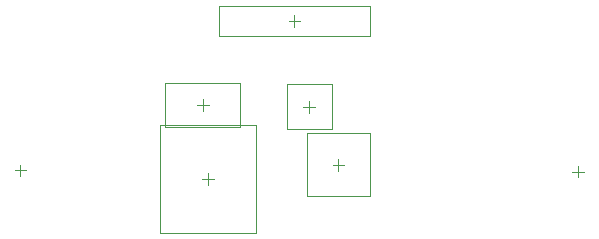
<source format=gbr>
%TF.GenerationSoftware,Altium Limited,Altium Designer,21.6.4 (81)*%
G04 Layer_Color=32768*
%FSLAX26Y26*%
%MOIN*%
%TF.SameCoordinates,57458678-C278-4CFF-9AA2-19D65F52AC30*%
%TF.FilePolarity,Positive*%
%TF.FileFunction,Other,Mechanical_15*%
%TF.Part,Single*%
G01*
G75*
%TA.AperFunction,NonConductor*%
%ADD47C,0.003937*%
%ADD48C,0.001968*%
D47*
X606299Y-27559D02*
X645669D01*
X625984Y-47244D02*
Y-7874D01*
X466536Y-206693D02*
Y151575D01*
X785433Y-206693D02*
Y151575D01*
X466536Y-206693D02*
X785433D01*
X466536Y151575D02*
X785433D01*
X588583Y219488D02*
X627953D01*
X608268Y199803D02*
Y239173D01*
X1041339Y19685D02*
X1080709D01*
X1061024Y0D02*
Y39370D01*
X956693Y-84646D02*
X1165354D01*
Y124016D01*
X956693D02*
X1165354D01*
X956693Y-84646D02*
Y124016D01*
X963583Y192913D02*
Y232284D01*
X943898Y212598D02*
X983268D01*
D48*
X1840551Y-2860D02*
X1879921D01*
X1860236Y-22545D02*
Y16825D01*
X914370Y480315D02*
Y519685D01*
X894685Y500000D02*
X934055D01*
X662402Y550197D02*
X1166339D01*
Y449803D02*
Y550197D01*
X662402Y449803D02*
X1166339D01*
X662402D02*
Y550197D01*
X-18748Y685D02*
X20622D01*
X937Y-19000D02*
Y20370D01*
X732283Y146654D02*
Y292323D01*
X484252Y146654D02*
Y292323D01*
Y146654D02*
X732283D01*
X484252Y292323D02*
X732283D01*
X888779Y137795D02*
X1038386D01*
X888779Y287402D02*
X1038386D01*
Y137795D02*
Y287402D01*
X888779Y137795D02*
Y287402D01*
%TF.MD5,47f083f00c037dfdf00af1b409a3be2d*%
M02*

</source>
